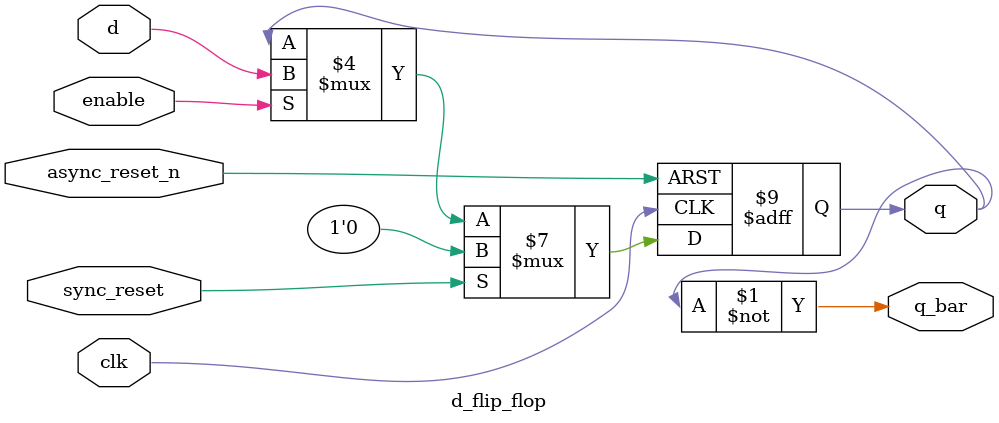
<source format=v>
module d_flip_flop (
    input wire clk,           // Clock input
    input wire d,             // Data input
    input wire enable,        // Enable signal
    input wire sync_reset,    // Synchronous reset (active high)
    input wire async_reset_n, // Asynchronous reset (active low)
    output reg q,             // Output
    output wire q_bar         // Complementary output
);

    // Complementary output
    assign q_bar = ~q;
    
    // D flip-flop behavior with asynchronous reset and synchronous reset
    always @(posedge clk or negedge async_reset_n) begin
        if (!async_reset_n) begin
            // Asynchronous reset (active low)
            q <= 1'b0;
        end else if (sync_reset) begin
            // Synchronous reset (active high)
            q <= 1'b0;
        end else if (enable) begin
            // Normal operation when enabled
            q <= d;
        end
        // Hold value when enable is low
    end

endmodule

</source>
